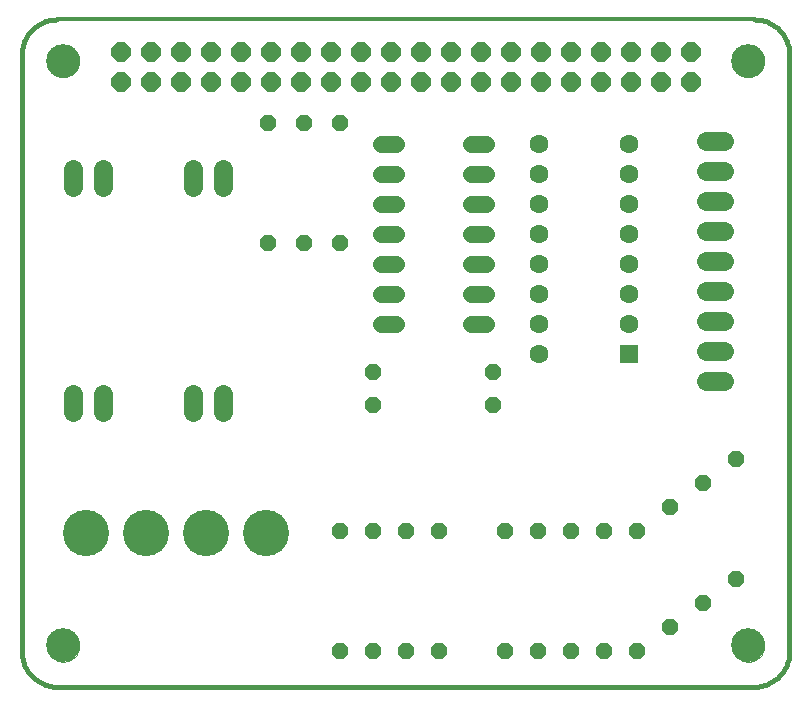
<source format=gbs>
G75*
%MOIN*%
%OFA0B0*%
%FSLAX24Y24*%
%IPPOS*%
%LPD*%
%AMOC8*
5,1,8,0,0,1.08239X$1,22.5*
%
%ADD10C,0.0160*%
%ADD11C,0.0120*%
%ADD12C,0.0000*%
%ADD13C,0.1123*%
%ADD14OC8,0.0640*%
%ADD15C,0.1540*%
%ADD16R,0.0630X0.0630*%
%ADD17C,0.0630*%
%ADD18OC8,0.0560*%
%ADD19C,0.0634*%
%ADD20C,0.0560*%
D10*
X001461Y000280D02*
X024689Y000280D01*
X024755Y000282D01*
X024821Y000287D01*
X024887Y000297D01*
X024952Y000310D01*
X025016Y000326D01*
X025079Y000346D01*
X025141Y000370D01*
X025201Y000397D01*
X025260Y000427D01*
X025317Y000461D01*
X025372Y000498D01*
X025425Y000538D01*
X025476Y000580D01*
X025524Y000626D01*
X025570Y000674D01*
X025612Y000725D01*
X025652Y000778D01*
X025689Y000833D01*
X025723Y000890D01*
X025753Y000949D01*
X025780Y001009D01*
X025804Y001071D01*
X025824Y001134D01*
X025840Y001198D01*
X025853Y001263D01*
X025863Y001329D01*
X025868Y001395D01*
X025870Y001461D01*
X025871Y001461D02*
X025871Y021343D01*
X025870Y021343D02*
X025868Y021409D01*
X025863Y021475D01*
X025853Y021541D01*
X025840Y021606D01*
X025824Y021670D01*
X025804Y021733D01*
X025780Y021795D01*
X025753Y021855D01*
X025723Y021914D01*
X025689Y021971D01*
X025652Y022026D01*
X025612Y022079D01*
X025570Y022130D01*
X025524Y022178D01*
X025476Y022224D01*
X025425Y022266D01*
X025372Y022306D01*
X025317Y022343D01*
X025260Y022377D01*
X025201Y022407D01*
X025141Y022434D01*
X025079Y022458D01*
X025016Y022478D01*
X024952Y022494D01*
X024887Y022507D01*
X024821Y022517D01*
X024755Y022522D01*
X024689Y022524D01*
X001461Y022524D02*
X001395Y022522D01*
X001329Y022517D01*
X001263Y022507D01*
X001198Y022494D01*
X001134Y022478D01*
X001071Y022458D01*
X001009Y022434D01*
X000949Y022407D01*
X000890Y022377D01*
X000833Y022343D01*
X000778Y022306D01*
X000725Y022266D01*
X000674Y022224D01*
X000626Y022178D01*
X000580Y022130D01*
X000538Y022079D01*
X000498Y022026D01*
X000461Y021971D01*
X000427Y021914D01*
X000397Y021855D01*
X000370Y021795D01*
X000346Y021733D01*
X000326Y021670D01*
X000310Y021606D01*
X000297Y021541D01*
X000287Y021475D01*
X000282Y021409D01*
X000280Y021343D01*
X000280Y001461D01*
X000282Y001395D01*
X000287Y001329D01*
X000297Y001263D01*
X000310Y001198D01*
X000326Y001134D01*
X000346Y001071D01*
X000370Y001009D01*
X000397Y000949D01*
X000427Y000890D01*
X000461Y000833D01*
X000498Y000778D01*
X000538Y000725D01*
X000580Y000674D01*
X000626Y000626D01*
X000674Y000580D01*
X000725Y000538D01*
X000778Y000498D01*
X000833Y000461D01*
X000890Y000427D01*
X000949Y000397D01*
X001009Y000370D01*
X001071Y000346D01*
X001134Y000326D01*
X001198Y000310D01*
X001263Y000297D01*
X001329Y000287D01*
X001395Y000282D01*
X001461Y000280D01*
D11*
X001461Y022524D02*
X024689Y022524D01*
D12*
X023952Y021146D02*
X023954Y021192D01*
X023960Y021237D01*
X023969Y021282D01*
X023983Y021326D01*
X024000Y021369D01*
X024021Y021410D01*
X024045Y021449D01*
X024072Y021486D01*
X024102Y021520D01*
X024136Y021552D01*
X024171Y021581D01*
X024209Y021607D01*
X024249Y021629D01*
X024291Y021648D01*
X024335Y021663D01*
X024379Y021675D01*
X024424Y021683D01*
X024470Y021687D01*
X024516Y021687D01*
X024562Y021683D01*
X024607Y021675D01*
X024651Y021663D01*
X024695Y021648D01*
X024737Y021629D01*
X024777Y021607D01*
X024815Y021581D01*
X024850Y021552D01*
X024884Y021520D01*
X024914Y021486D01*
X024941Y021449D01*
X024965Y021410D01*
X024986Y021369D01*
X025003Y021326D01*
X025017Y021282D01*
X025026Y021237D01*
X025032Y021192D01*
X025034Y021146D01*
X025032Y021100D01*
X025026Y021055D01*
X025017Y021010D01*
X025003Y020966D01*
X024986Y020923D01*
X024965Y020882D01*
X024941Y020843D01*
X024914Y020806D01*
X024884Y020772D01*
X024850Y020740D01*
X024815Y020711D01*
X024777Y020685D01*
X024737Y020663D01*
X024695Y020644D01*
X024651Y020629D01*
X024607Y020617D01*
X024562Y020609D01*
X024516Y020605D01*
X024470Y020605D01*
X024424Y020609D01*
X024379Y020617D01*
X024335Y020629D01*
X024291Y020644D01*
X024249Y020663D01*
X024209Y020685D01*
X024171Y020711D01*
X024136Y020740D01*
X024102Y020772D01*
X024072Y020806D01*
X024045Y020843D01*
X024021Y020882D01*
X024000Y020923D01*
X023983Y020966D01*
X023969Y021010D01*
X023960Y021055D01*
X023954Y021100D01*
X023952Y021146D01*
X023952Y001658D02*
X023954Y001704D01*
X023960Y001749D01*
X023969Y001794D01*
X023983Y001838D01*
X024000Y001881D01*
X024021Y001922D01*
X024045Y001961D01*
X024072Y001998D01*
X024102Y002032D01*
X024136Y002064D01*
X024171Y002093D01*
X024209Y002119D01*
X024249Y002141D01*
X024291Y002160D01*
X024335Y002175D01*
X024379Y002187D01*
X024424Y002195D01*
X024470Y002199D01*
X024516Y002199D01*
X024562Y002195D01*
X024607Y002187D01*
X024651Y002175D01*
X024695Y002160D01*
X024737Y002141D01*
X024777Y002119D01*
X024815Y002093D01*
X024850Y002064D01*
X024884Y002032D01*
X024914Y001998D01*
X024941Y001961D01*
X024965Y001922D01*
X024986Y001881D01*
X025003Y001838D01*
X025017Y001794D01*
X025026Y001749D01*
X025032Y001704D01*
X025034Y001658D01*
X025032Y001612D01*
X025026Y001567D01*
X025017Y001522D01*
X025003Y001478D01*
X024986Y001435D01*
X024965Y001394D01*
X024941Y001355D01*
X024914Y001318D01*
X024884Y001284D01*
X024850Y001252D01*
X024815Y001223D01*
X024777Y001197D01*
X024737Y001175D01*
X024695Y001156D01*
X024651Y001141D01*
X024607Y001129D01*
X024562Y001121D01*
X024516Y001117D01*
X024470Y001117D01*
X024424Y001121D01*
X024379Y001129D01*
X024335Y001141D01*
X024291Y001156D01*
X024249Y001175D01*
X024209Y001197D01*
X024171Y001223D01*
X024136Y001252D01*
X024102Y001284D01*
X024072Y001318D01*
X024045Y001355D01*
X024021Y001394D01*
X024000Y001435D01*
X023983Y001478D01*
X023969Y001522D01*
X023960Y001567D01*
X023954Y001612D01*
X023952Y001658D01*
X001117Y001658D02*
X001119Y001704D01*
X001125Y001749D01*
X001134Y001794D01*
X001148Y001838D01*
X001165Y001881D01*
X001186Y001922D01*
X001210Y001961D01*
X001237Y001998D01*
X001267Y002032D01*
X001301Y002064D01*
X001336Y002093D01*
X001374Y002119D01*
X001414Y002141D01*
X001456Y002160D01*
X001500Y002175D01*
X001544Y002187D01*
X001589Y002195D01*
X001635Y002199D01*
X001681Y002199D01*
X001727Y002195D01*
X001772Y002187D01*
X001816Y002175D01*
X001860Y002160D01*
X001902Y002141D01*
X001942Y002119D01*
X001980Y002093D01*
X002015Y002064D01*
X002049Y002032D01*
X002079Y001998D01*
X002106Y001961D01*
X002130Y001922D01*
X002151Y001881D01*
X002168Y001838D01*
X002182Y001794D01*
X002191Y001749D01*
X002197Y001704D01*
X002199Y001658D01*
X002197Y001612D01*
X002191Y001567D01*
X002182Y001522D01*
X002168Y001478D01*
X002151Y001435D01*
X002130Y001394D01*
X002106Y001355D01*
X002079Y001318D01*
X002049Y001284D01*
X002015Y001252D01*
X001980Y001223D01*
X001942Y001197D01*
X001902Y001175D01*
X001860Y001156D01*
X001816Y001141D01*
X001772Y001129D01*
X001727Y001121D01*
X001681Y001117D01*
X001635Y001117D01*
X001589Y001121D01*
X001544Y001129D01*
X001500Y001141D01*
X001456Y001156D01*
X001414Y001175D01*
X001374Y001197D01*
X001336Y001223D01*
X001301Y001252D01*
X001267Y001284D01*
X001237Y001318D01*
X001210Y001355D01*
X001186Y001394D01*
X001165Y001435D01*
X001148Y001478D01*
X001134Y001522D01*
X001125Y001567D01*
X001119Y001612D01*
X001117Y001658D01*
X001117Y021146D02*
X001119Y021192D01*
X001125Y021237D01*
X001134Y021282D01*
X001148Y021326D01*
X001165Y021369D01*
X001186Y021410D01*
X001210Y021449D01*
X001237Y021486D01*
X001267Y021520D01*
X001301Y021552D01*
X001336Y021581D01*
X001374Y021607D01*
X001414Y021629D01*
X001456Y021648D01*
X001500Y021663D01*
X001544Y021675D01*
X001589Y021683D01*
X001635Y021687D01*
X001681Y021687D01*
X001727Y021683D01*
X001772Y021675D01*
X001816Y021663D01*
X001860Y021648D01*
X001902Y021629D01*
X001942Y021607D01*
X001980Y021581D01*
X002015Y021552D01*
X002049Y021520D01*
X002079Y021486D01*
X002106Y021449D01*
X002130Y021410D01*
X002151Y021369D01*
X002168Y021326D01*
X002182Y021282D01*
X002191Y021237D01*
X002197Y021192D01*
X002199Y021146D01*
X002197Y021100D01*
X002191Y021055D01*
X002182Y021010D01*
X002168Y020966D01*
X002151Y020923D01*
X002130Y020882D01*
X002106Y020843D01*
X002079Y020806D01*
X002049Y020772D01*
X002015Y020740D01*
X001980Y020711D01*
X001942Y020685D01*
X001902Y020663D01*
X001860Y020644D01*
X001816Y020629D01*
X001772Y020617D01*
X001727Y020609D01*
X001681Y020605D01*
X001635Y020605D01*
X001589Y020609D01*
X001544Y020617D01*
X001500Y020629D01*
X001456Y020644D01*
X001414Y020663D01*
X001374Y020685D01*
X001336Y020711D01*
X001301Y020740D01*
X001267Y020772D01*
X001237Y020806D01*
X001210Y020843D01*
X001186Y020882D01*
X001165Y020923D01*
X001148Y020966D01*
X001134Y021010D01*
X001125Y021055D01*
X001119Y021100D01*
X001117Y021146D01*
D13*
X001658Y021146D03*
X001658Y001658D03*
X024493Y001658D03*
X024493Y021146D03*
D14*
X022575Y021449D03*
X022575Y020449D03*
X021575Y020449D03*
X020575Y020449D03*
X019575Y020449D03*
X018575Y020449D03*
X017575Y020449D03*
X016575Y020449D03*
X015575Y020449D03*
X014575Y020449D03*
X013575Y020449D03*
X012575Y020449D03*
X011575Y020449D03*
X010575Y020449D03*
X009575Y020449D03*
X008575Y020449D03*
X007575Y020449D03*
X006575Y020449D03*
X005575Y020449D03*
X004575Y020449D03*
X003575Y020449D03*
X003575Y021449D03*
X004575Y021449D03*
X005575Y021449D03*
X006575Y021449D03*
X007575Y021449D03*
X008575Y021449D03*
X009575Y021449D03*
X010575Y021449D03*
X011575Y021449D03*
X012575Y021449D03*
X013575Y021449D03*
X014575Y021449D03*
X015575Y021449D03*
X016575Y021449D03*
X017575Y021449D03*
X018575Y021449D03*
X019575Y021449D03*
X020575Y021449D03*
X021575Y021449D03*
D15*
X008406Y005406D03*
X006406Y005406D03*
X004406Y005406D03*
X002406Y005406D03*
D16*
X020516Y011385D03*
D17*
X020516Y012385D03*
X020516Y013385D03*
X020516Y014385D03*
X020516Y015385D03*
X020516Y016385D03*
X020516Y017385D03*
X020516Y018385D03*
X017516Y018385D03*
X017516Y017385D03*
X017516Y016385D03*
X017516Y015385D03*
X017516Y014385D03*
X017516Y013385D03*
X017516Y012385D03*
X017516Y011385D03*
D18*
X015980Y010780D03*
X015980Y009680D03*
X011980Y009680D03*
X011980Y010780D03*
X010880Y015080D03*
X009680Y015080D03*
X008480Y015080D03*
X008480Y019080D03*
X009680Y019080D03*
X010880Y019080D03*
X024080Y007880D03*
X022980Y007080D03*
X021880Y006280D03*
X020780Y005480D03*
X019680Y005480D03*
X018580Y005480D03*
X017480Y005480D03*
X016380Y005480D03*
X014180Y005460D03*
X013080Y005460D03*
X011980Y005460D03*
X010880Y005460D03*
X010880Y001460D03*
X011980Y001460D03*
X013080Y001460D03*
X014180Y001460D03*
X016380Y001480D03*
X017480Y001480D03*
X018580Y001480D03*
X019680Y001480D03*
X020780Y001480D03*
X021880Y002280D03*
X022980Y003080D03*
X024080Y003880D03*
D19*
X023677Y010480D02*
X023083Y010480D01*
X023083Y011480D02*
X023677Y011480D01*
X023677Y012480D02*
X023083Y012480D01*
X023083Y013480D02*
X023677Y013480D01*
X023677Y014480D02*
X023083Y014480D01*
X023083Y015480D02*
X023677Y015480D01*
X023677Y016480D02*
X023083Y016480D01*
X023083Y017480D02*
X023677Y017480D01*
X023677Y018480D02*
X023083Y018480D01*
X006974Y017530D02*
X006974Y016936D01*
X005974Y016936D02*
X005974Y017530D01*
X002974Y017530D02*
X002974Y016936D01*
X001974Y016936D02*
X001974Y017530D01*
X001974Y010030D02*
X001974Y009436D01*
X002974Y009436D02*
X002974Y010030D01*
X005974Y010030D02*
X005974Y009436D01*
X006974Y009436D02*
X006974Y010030D01*
D20*
X012250Y012380D02*
X012770Y012380D01*
X012770Y013380D02*
X012250Y013380D01*
X012250Y014380D02*
X012770Y014380D01*
X012770Y015380D02*
X012250Y015380D01*
X012250Y016380D02*
X012770Y016380D01*
X012770Y017380D02*
X012250Y017380D01*
X012250Y018380D02*
X012770Y018380D01*
X015250Y018380D02*
X015770Y018380D01*
X015770Y017380D02*
X015250Y017380D01*
X015250Y016380D02*
X015770Y016380D01*
X015770Y015380D02*
X015250Y015380D01*
X015250Y014380D02*
X015770Y014380D01*
X015770Y013380D02*
X015250Y013380D01*
X015250Y012380D02*
X015770Y012380D01*
M02*

</source>
